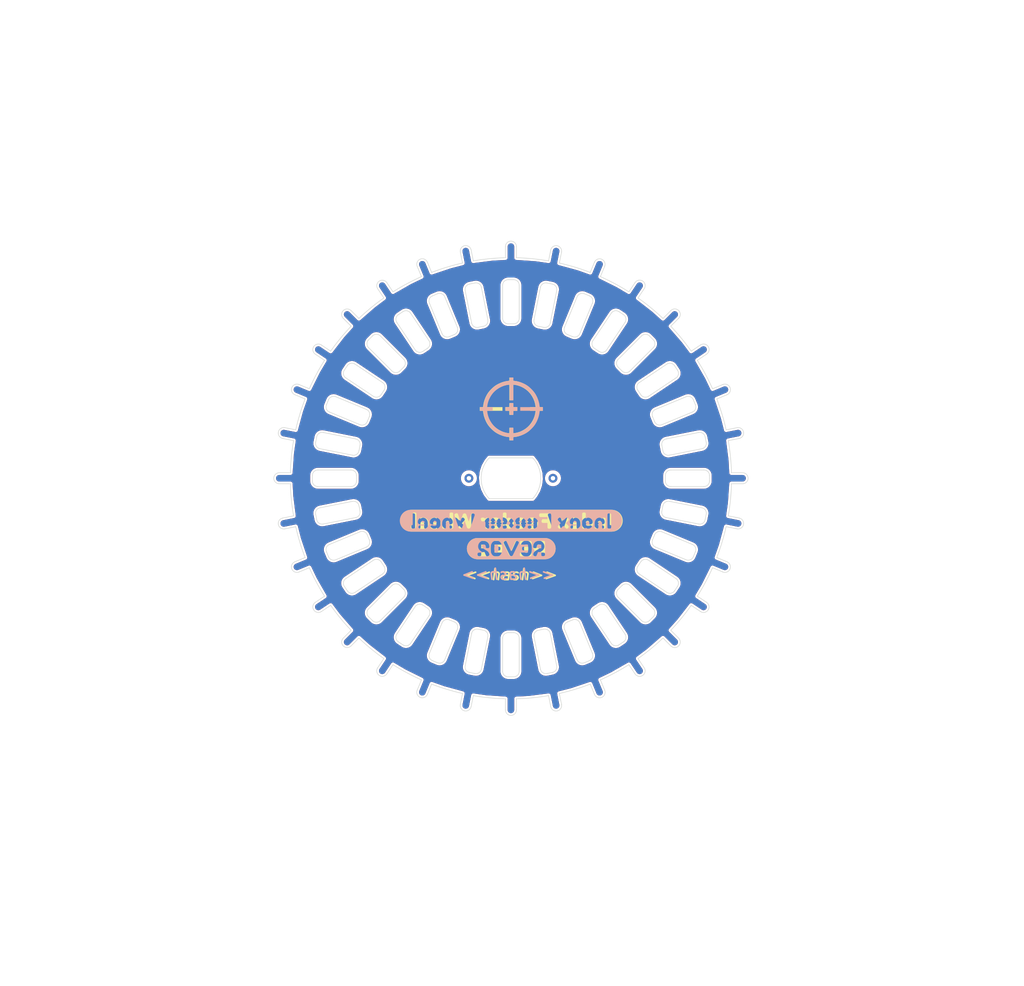
<source format=kicad_pcb>
(kicad_pcb (version 20221018) (generator pcbnew)
  (layers (0 "F.Cu" signal) (31 "B.Cu" signal) (34 "B.Paste" user) (35 "F.Paste" user) (36 "B.SilkS" user "B.Silkscreen") (37 "F.SilkS" user "F.Silkscreen") (38 "B.Mask" user) (39 "F.Mask" user) (44 "Edge.Cuts" user))
  (net 0 "")
  (footprint "index:logo" (layer "F.Cu") (at 153.112858 92.412081)
    (fp_text reference "G***" hide)
    (fp_text value "LOGO" hide)
  )
  (footprint "label" (layer "F.Cu") (at 153.152858 102.552081)
    (fp_text reference "svg2mod" hide)
    (fp_text value "G***" hide)
  )
  (footprint "label" (layer "F.Cu") (at 153.122858 105.082081)
    (fp_text reference "svg2mod" hide)
    (fp_text value "G***" hide)
  )
  (footprint "index:logo" (layer "B.Cu") (at 153.152858 92.412081 180)
    (fp_text reference "G***" hide)
    (fp_text value "LOGO" hide)
  )
  (footprint "label" (layer "B.Cu") (at 153.092858 102.552081 180)
    (fp_text reference "svg2mod" hide)
    (fp_text value "G***" hide)
  )
  (footprint "label" (layer "B.Cu") (at 153.122858 105.082081 180)
    (fp_text reference "svg2mod" hide)
    (fp_text value "G***" hide)
  )
  (gr_arc (start 150.413858 116.012081) (mid 150.201751 116.330153) (end 149.826858 116.405081) (stroke (width 0.05)) (layer "Edge.Cuts"))
  (gr_arc (start 170.592858 97.952081) (mid 170.946411 98.098528) (end 171.092858 98.452081) (stroke (width 0.05)) (layer "Edge.Cuts"))
  (gr_line (start 159.749858 81.976081) (end 160.211858 82.168081) (stroke (width 0.05)) (layer "Edge.Cuts"))
  (gr_line (start 143.369858 109.485081) (end 141.248858 111.607081) (stroke (width 0.05)) (layer "Edge.Cuts"))
  (gr_arc (start 146.850855 111.812089) (mid 147.121228 111.541342) (end 147.503858 111.541081) (stroke (width 0.05)) (layer "Edge.Cuts"))
  (gr_line (start 145.903858 80.039081) (end 145.518858 79.109081) (stroke (width 0.05)) (layer "Edge.Cuts"))
  (gr_arc (start 160.482858 114.583081) (mid 160.482599 114.965707) (end 160.211858 115.236081) (stroke (width 0.05)) (layer "Edge.Cuts"))
  (gr_line (start 139.312858 101.188081) (end 139.410858 101.678081) (stroke (width 0.05)) (layer "Edge.Cuts"))
  (gr_arc (start 170.796858 95.436081) (mid 170.721637 95.811681) (end 170.402858 96.024081) (stroke (width 0.05)) (layer "Edge.Cuts"))
  (gr_line (start 138.125858 107.801081) (end 140.619858 106.134081) (stroke (width 0.05)) (layer "Edge.Cuts"))
  (gr_arc (start 144.979867 116.982558) (mid 143.665134 116.340519) (end 142.400858 115.604081) (stroke (width 0.05)) (layer "Edge.Cuts"))
  (gr_arc (start 162.814864 109.485087) (mid 162.668934 109.131378) (end 162.815858 108.778081) (stroke (width 0.05)) (layer "Edge.Cuts"))
  (gr_line (start 136.746858 87.178081) (end 135.909858 86.619081) (stroke (width 0.05)) (layer "Edge.Cuts"))
  (gr_line (start 133.580858 94.311081) (end 132.593858 94.115081) (stroke (width 0.05)) (layer "Edge.Cuts"))
  (gr_line (start 162.884858 83.597081) (end 163.300858 83.874081) (stroke (width 0.05)) (layer "Edge.Cuts"))
  (gr_line (start 155.770858 116.012081) (end 155.185858 113.070081) (stroke (width 0.05)) (layer "Edge.Cuts"))
  (gr_arc (start 140.187858 111.254081) (mid 140.041226 110.900081) (end 140.187858 110.546081) (stroke (width 0.05)) (layer "Edge.Cuts"))
  (gr_line (start 172.604858 103.093081) (end 173.591858 103.289081) (stroke (width 0.05)) (layer "Edge.Cuts"))
  (gr_line (start 160.482858 82.821081) (end 159.334858 85.593081) (stroke (width 0.05)) (layer "Edge.Cuts"))
  (gr_arc (start 167.583652 84.917627) (mid 168.552624 86.013901) (end 169.438858 87.178081) (stroke (width 0.05)) (layer "Edge.Cuts"))
  (gr_line (start 166.201858 92.460081) (end 168.973858 91.312081) (stroke (width 0.05)) (layer "Edge.Cuts"))
  (gr_line (start 138.601858 84.918081) (end 137.889858 84.206081) (stroke (width 0.05)) (layer "Edge.Cuts"))
  (gr_line (start 172.799858 102.112081) (end 173.786858 102.309081) (stroke (width 0.05)) (layer "Edge.Cuts"))
  (gr_line (start 152.342858 116.202081) (end 152.342858 113.202081) (stroke (width 0.05)) (layer "Edge.Cuts"))
  (gr_arc (start 155.18686 113.07009) (mid 155.261077 112.694899) (end 155.578858 112.482081) (stroke (width 0.05)) (layer "Edge.Cuts"))
  (gr_arc (start 156.503119 118.409444) (mid 155.053234 118.606024) (end 153.592858 118.696081) (stroke (width 0.05)) (layer "Edge.Cuts"))
  (gr_line (start 165.565858 106.134081) (end 168.059858 107.801081) (stroke (width 0.05)) (layer "Edge.Cuts"))
  (gr_arc (start 138.724849 100.796083) (mid 139.10004 100.8703) (end 139.312858 101.188081) (stroke (width 0.05)) (layer "Edge.Cuts"))
  (gr_arc (start 143.370852 87.919075) (mid 143.516782 88.272784) (end 143.369858 88.626081) (stroke (width 0.05)) (layer "Edge.Cuts"))
  (gr_line (start 142.400858 115.604081) (end 141.841858 116.441081) (stroke (width 0.05)) (layer "Edge.Cuts"))
  (gr_line (start 164.732858 90.023081) (end 167.226858 88.356081) (stroke (width 0.05)) (layer "Edge.Cuts"))
  (gr_line (start 140.253858 93.113081) (end 140.062858 93.575081) (stroke (width 0.05)) (layer "Edge.Cuts"))
  (gr_arc (start 153.342858 112.702081) (mid 153.696411 112.848528) (end 153.842858 113.202081) (stroke (width 0.05)) (layer "Edge.Cuts"))
  (gr_arc (start 171.092858 98.952081) (mid 170.946411 99.305634) (end 170.592858 99.452081) (stroke (width 0.05)) (layer "Edge.Cuts"))
  (gr_arc (start 166.775866 93.846078) (mid 166.393236 93.845824) (end 166.122858 93.575081) (stroke (width 0.05)) (layer "Edge.Cuts"))
  (gr_arc (start 163.875864 88.980075) (mid 163.522155 89.126005) (end 163.168858 88.979081) (stroke (width 0.05)) (layer "Edge.Cuts"))
  (gr_line (start 138.592858 99.452081) (end 135.592858 99.452081) (stroke (width 0.05)) (layer "Edge.Cuts"))
  (gr_line (start 163.784858 81.800081) (end 164.343858 80.963081) (stroke (width 0.05)) (layer "Edge.Cuts"))
  (gr_arc (start 137.890858 84.207081) (mid 137.889858 83.500081) (end 138.596858 83.499081) (stroke (width 0.05)) (layer "Edge.Cuts"))
  (gr_arc (start 162.192858 83.735081) (mid 162.510277 83.522763) (end 162.884858 83.597081) (stroke (width 0.05)) (layer "Edge.Cuts"))
  (gr_line (start 153.592858 118.696081) (end 153.592858 119.702081) (stroke (width 0.05)) (layer "Edge.Cuts"))
  (gr_arc (start 144.413853 110.341088) (mid 144.73198 110.129057) (end 145.106858 110.204081) (stroke (width 0.05)) (layer "Edge.Cuts"))
  (gr_arc (start 139.40985 103.558084) (mid 139.79248 103.558338) (end 140.062858 103.829081) (stroke (width 0.05)) (layer "Edge.Cuts"))
  (gr_line (start 156.656858 112.777081) (end 157.242858 115.719081) (stroke (width 0.05)) (layer "Edge.Cuts"))
  (gr_line (start 171.372858 90.589081) (end 172.302858 90.204081) (stroke (width 0.05)) (layer "Edge.Cuts"))
  (gr_line (start 156.849858 116.307081) (end 156.358858 116.405081) (stroke (width 0.05)) (layer "Edge.Cuts"))
  (gr_line (start 162.815858 87.919081) (end 164.936858 85.797081) (stroke (width 0.05)) (layer "Edge.Cuts"))
  (gr_arc (start 164.343858 80.963081) (mid 165.037858 80.825081) (end 165.175858 81.519081) (stroke (width 0.05)) (layer "Edge.Cuts"))
  (gr_line (start 166.775858 103.558081) (end 169.547858 104.706081) (stroke (width 0.05)) (layer "Edge.Cuts"))
  (gr_line (start 170.402858 96.024081) (end 167.460858 96.609081) (stroke (width 0.05)) (layer "Edge.Cuts"))
  (gr_arc (start 140.062858 93.575081) (mid 139.792484 93.845822) (end 139.409858 93.846081) (stroke (width 0.05)) (layer "Edge.Cuts"))
  (gr_arc (start 152.593063 118.695684) (mid 151.132715 118.605643) (end 149.682858 118.409081) (stroke (width 0.05)) (layer "Edge.Cuts"))
  (gr_line (start 165.931858 104.291081) (end 166.122858 103.829081) (stroke (width 0.05)) (layer "Edge.Cuts"))
  (gr_line (start 167.460858 100.795081) (end 170.402858 101.380081) (stroke (width 0.05)) (layer "Edge.Cuts"))
  (gr_line (start 149.335858 81.097081) (end 149.826858 80.999081) (stroke (width 0.05)) (layer "Edge.Cuts"))
  (gr_arc (start 132.594858 103.289081) (mid 132.006858 102.897081) (end 132.398858 102.309081) (stroke (width 0.05)) (layer "Edge.Cuts"))
  (gr_line (start 138.724858 96.609081) (end 135.782858 96.024081) (stroke (width 0.05)) (layer "Edge.Cuts"))
  (gr_line (start 135.487858 102.459081) (end 135.389858 101.968081) (stroke (width 0.05)) (layer "Edge.Cuts"))
  (gr_line (start 164.616858 115.048081) (end 165.175858 115.885081) (stroke (width 0.05)) (layer "Edge.Cuts"))
  (gr_line (start 164.616858 82.356081) (end 165.175858 81.519081) (stroke (width 0.05)) (layer "Edge.Cuts"))
  (gr_line (start 147.965858 85.672081) (end 147.503858 85.863081) (stroke (width 0.05)) (layer "Edge.Cuts"))
  (gr_arc (start 150.606858 112.481081) (mid 150.925344 112.694188) (end 150.999858 113.070081) (stroke (width 0.05)) (layer "Edge.Cuts"))
  (gr_line (start 141.568858 82.356081) (end 141.009858 81.519081) (stroke (width 0.05)) (layer "Edge.Cuts"))
  (gr_arc (start 170.402858 101.381081) (mid 170.72093 101.593188) (end 170.795858 101.968081) (stroke (width 0.05)) (layer "Edge.Cuts"))
  (gr_line (start 138.958858 88.356081) (end 141.452858 90.023081) (stroke (width 0.05)) (layer "Edge.Cuts"))
  (gr_arc (start 169.818858 92.045081) (mid 169.818599 92.427707) (end 169.547858 92.698081) (stroke (width 0.05)) (layer "Edge.Cuts"))
  (gr_line (start 152.592858 78.708081) (end 152.592858 77.702081) (stroke (width 0.05)) (layer "Edge.Cuts"))
  (gr_arc (start 168.294858 113.197081) (mid 168.295858 113.904081) (end 167.588858 113.905081) (stroke (width 0.05)) (layer "Edge.Cuts"))
  (gr_line (start 169.438858 110.226081) (end 170.275858 110.785081) (stroke (width 0.05)) (layer "Edge.Cuts"))
  (gr_line (start 160.211858 115.236081) (end 159.749858 115.428081) (stroke (width 0.05)) (layer "Edge.Cuts"))
  (gr_arc (start 136.74672 87.178561) (mid 137.632919 86.014369) (end 138.601858 84.918081) (stroke (width 0.05)) (layer "Edge.Cuts"))
  (gr_arc (start 161.079858 110.204081) (mid 161.454439 110.129763) (end 161.771858 110.342081) (stroke (width 0.05)) (layer "Edge.Cuts"))
  (gr_line (start 139.308858 84.211081) (end 138.596858 83.499081) (stroke (width 0.05)) (layer "Edge.Cuts"))
  (gr_arc (start 163.169858 108.425081) (mid 163.522858 108.278864) (end 163.875858 108.425081) (stroke (width 0.05)) (layer "Edge.Cuts"))
  (gr_line (start 171.755858 91.513081) (end 172.685858 91.128081) (stroke (width 0.05)) (layer "Edge.Cuts"))
  (gr_line (start 155.185858 84.334081) (end 155.770858 81.392081) (stroke (width 0.05)) (layer "Edge.Cuts"))
  (gr_arc (start 147.088858 115.157081) (mid 146.818484 115.427822) (end 146.435858 115.428081) (stroke (width 0.05)) (layer "Edge.Cuts"))
  (gr_arc (start 149.826858 80.998081) (mid 150.202458 81.073302) (end 150.414858 81.392081) (stroke (width 0.05)) (layer "Edge.Cuts"))
  (gr_line (start 167.167858 95.138081) (end 170.109858 94.552081) (stroke (width 0.05)) (layer "Edge.Cuts"))
  (gr_arc (start 164.731865 107.381086) (mid 164.519834 107.062959) (end 164.594858 106.688081) (stroke (width 0.05)) (layer "Edge.Cuts"))
  (gr_line (start 163.168858 88.979081) (end 162.815858 88.626081) (stroke (width 0.05)) (layer "Edge.Cuts"))
  (gr_arc (start 149.682597 78.994718) (mid 151.132482 78.798138) (end 152.592858 78.708081) (stroke (width 0.05)) (layer "Edge.Cuts"))
  (gr_arc (start 132.092858 99.202081) (mid 131.592858 98.702081) (end 132.092858 98.202081) (stroke (width 0.05)) (layer "Edge.Cuts"))
  (gr_arc (start 163.784798 115.603607) (mid 162.520556 116.340042) (end 161.205858 116.982081) (stroke (width 0.05)) (layer "Edge.Cuts"))
  (gr_line (start 144.979858 116.982081) (end 144.594858 117.912081) (stroke (width 0.05)) (layer "Edge.Cuts"))
  (gr_arc (start 135.388858 101.968081) (mid 135.464079 101.592481) (end 135.782858 101.380081) (stroke (width 0.05)) (layer "Edge.Cuts"))
  (gr_arc (start 148.505858 78.204081) (mid 148.897858 77.616081) (end 149.485858 78.008081) (stroke (width 0.05)) (layer "Edge.Cuts"))
  (gr_line (start 171.372858 106.815081) (end 172.302858 107.200081) (stroke (width 0.05)) (layer "Edge.Cuts"))
  (gr_arc (start 166.877312 113.192875) (mid 165.781038 114.161847) (end 164.616858 115.048081) (stroke (width 0.05)) (layer "Edge.Cuts"))
  (gr_arc (start 133.883858 107.200081) (mid 133.229858 106.930081) (end 133.499858 106.276081) (stroke (width 0.05)) (layer "Edge.Cuts"))
  (gr_arc (start 166.871858 101.188081) (mid 167.084965 100.869595) (end 167.460858 100.795081) (stroke (width 0.05)) (layer "Edge.Cuts"))
  (gr_line (start 169.818858 105.359081) (end 169.626858 105.821081) (stroke (width 0.05)) (layer "Edge.Cuts"))
  (gr_arc (start 148.943858 81.685081) (mid 149.018079 81.309895) (end 149.335858 81.097081) (stroke (width 0.05)) (layer "Edge.Cuts"))
  (gr_line (start 159.334858 111.811081) (end 160.482858 114.583081) (stroke (width 0.05)) (layer "Edge.Cuts"))
  (gr_arc (start 162.815858 88.625081) (mid 162.669641 88.272081) (end 162.815858 87.919081) (stroke (width 0.05)) (layer "Edge.Cuts"))
  (gr_line (start 166.774858 101.678081) (end 166.872858 101.188081) (stroke (width 0.05)) (layer "Edge.Cuts"))
  (gr_arc (start 145.660853 86.229074) (mid 145.735591 86.604657) (end 145.522858 86.923081) (stroke (width 0.05)) (layer "Edge.Cuts"))
  (gr_arc (start 170.831858 109.953081) (mid 170.969858 110.647081) (end 170.275858 110.785081) (stroke (width 0.05)) (layer "Edge.Cuts"))
  (gr_arc (start 139.98285 92.460078) (mid 140.253597 92.730451) (end 140.253858 93.113081) (stroke (width 0.05)) (layer "Edge.Cuts"))
  (gr_line (start 135.389858 95.436081) (end 135.487858 94.945081) (stroke (width 0.05)) (layer "Edge.Cuts"))
  (gr_line (start 167.592858 97.952081) (end 170.592858 97.952081) (stroke (width 0.05)) (layer "Edge.Cuts"))
  (gr_line (start 134.812858 106.815081) (end 133.882858 107.200081) (stroke (width 0.05)) (layer "Edge.Cuts"))
  (gr_arc (start 166.122858 103.829081) (mid 166.393232 103.55834) (end 166.775858 103.558081) (stroke (width 0.05)) (layer "Edge.Cuts"))
  (gr_arc (start 161.205849 80.421604) (mid 162.520582 81.063643) (end 163.784858 81.800081) (stroke (width 0.05)) (layer "Edge.Cuts"))
  (gr_arc (start 153.342858 80.702081) (mid 153.696411 80.848528) (end 153.842858 81.202081) (stroke (width 0.05)) (layer "Edge.Cuts"))
  (gr_line (start 170.109858 102.852081) (end 167.167858 102.266081) (stroke (width 0.05)) (layer "Edge.Cuts"))
  (gr_line (start 146.850858 85.593081) (end 145.702858 82.821081) (stroke (width 0.05)) (layer "Edge.Cuts"))
  (gr_arc (start 135.353858 87.451081) (mid 135.215858 86.757081) (end 135.909858 86.619081) (stroke (width 0.05)) (layer "Edge.Cuts"))
  (gr_line (start 137.211858 91.312081) (end 139.983858 92.460081) (stroke (width 0.05)) (layer "Edge.Cuts"))
  (gr_arc (start 152.842858 84.702081) (mid 152.489305 84.555634) (end 152.342858 84.202081) (stroke (width 0.05)) (layer "Edge.Cuts"))
  (gr_arc (start 134.812381 90.58909) (mid 135.45442 89.274357) (end 136.190858 88.010081) (stroke (width 0.05)) (layer "Edge.Cuts"))
  (gr_arc (start 153.842858 116.202081) (mid 153.696411 116.555634) (end 153.342858 116.702081) (stroke (width 0.05)) (layer "Edge.Cuts"))
  (gr_arc (start 167.226858 88.356081) (mid 167.602439 88.281349) (end 167.920858 88.494081) (stroke (width 0.05)) (layer "Edge.Cuts"))
  (gr_line (start 139.983858 104.944081) (end 137.211858 106.092081) (stroke (width 0.05)) (layer "Edge.Cuts"))
  (gr_arc (start 165.644858 111.607081) (mid 165.290858 111.753713) (end 164.936858 111.607081) (stroke (width 0.05)) (layer "Edge.Cuts"))
  (gr_arc (start 159.749858 115.428081) (mid 159.367232 115.427822) (end 159.096858 115.157081) (stroke (width 0.05)) (layer "Edge.Cuts"))
  (gr_arc (start 133.099255 98.202286) (mid 133.189296 96.741938) (end 133.385858 95.292081) (stroke (width 0.05)) (layer "Edge.Cuts"))
  (gr_arc (start 158.219858 85.672081) (mid 157.949117 85.401707) (end 157.948858 85.019081) (stroke (width 0.05)) (layer "Edge.Cuts"))
  (gr_arc (start 164.616378 82.355943) (mid 165.78057 83.242142) (end 166.876858 84.211081) (stroke (width 0.05)) (layer "Edge.Cuts"))
  (gr_line (start 136.637858 104.706081) (end 139.409858 103.558081) (stroke (width 0.05)) (layer "Edge.Cuts"))
  (gr_line (start 152.842858 80.702081) (end 153.342858 80.702081) (stroke (width 0.05)) (layer "Edge.Cuts"))
  (gr_arc (start 137.986858 108.494081) (mid 137.912833 108.118793) (end 138.125858 107.801081) (stroke (width 0.05)) (layer "Edge.Cuts"))
  (gr_arc (start 155.578858 84.923081) (mid 155.260372 84.709974) (end 155.185858 84.334081) (stroke (width 0.05)) (layer "Edge.Cuts"))
  (gr_arc (start 172.301858 90.204081) (mid 172.955858 90.474081) (end 172.685858 91.128081) (stroke (width 0.05)) (layer "Edge.Cuts"))
  (gr_arc (start 167.460867 96.608079) (mid 167.085676 96.533862) (end 166.872858 96.216081) (stroke (width 0.05)) (layer "Edge.Cuts"))
  (gr_arc (start 153.592653 78.708478) (mid 155.053001 78.798519) (end 156.502858 78.995081) (stroke (width 0.05)) (layer "Edge.Cuts"))
  (gr_arc (start 156.65786 84.627072) (mid 156.444755 84.945565) (end 156.068858 85.020081) (stroke (width 0.05)) (layer "Edge.Cuts"))
  (gr_line (start 162.815858 108.778081) (end 163.168858 108.425081) (stroke (width 0.05)) (layer "Edge.Cuts"))
  (gr_arc (start 172.800221 95.29182) (mid 172.996801 96.741705) (end 173.086858 98.202081) (stroke (width 0.05)) (layer "Edge.Cuts"))
  (gr_arc (start 140.540858 85.797081) (mid 140.894858 85.650449) (end 141.248858 85.797081) (stroke (width 0.05)) (layer "Edge.Cuts"))
  (gr_arc (start 156.699858 78.009081) (mid 157.286858 77.616081) (end 157.679858 78.203081) (stroke (width 0.05)) (layer "Edge.Cuts"))
  (gr_arc (start 134.429744 105.891462) (mid 133.954087 104.507807) (end 133.580858 103.093081) (stroke (width 0.05)) (layer "Edge.Cuts"))
  (gr_arc (start 168.973858 91.312081) (mid 169.356484 91.31234) (end 169.626858 91.583081) (stroke (width 0.05)) (layer "Edge.Cuts"))
  (gr_line (start 168.059858 89.603081) (end 165.565858 91.270081) (stroke (width 0.05)) (layer "Edge.Cuts"))
  (gr_arc (start 145.518858 118.294081) (mid 144.865858 118.565081) (end 144.594858 117.912081) (stroke (width 0.05)) (layer "Edge.Cuts"))
  (gr_line (start 169.994858 88.010081) (end 170.831858 87.451081) (stroke (width 0.05)) (layer "Edge.Cuts"))
  (gr_line (start 157.483858 79.190081) (end 157.679858 78.203081) (stroke (width 0.05)) (layer "Edge.Cuts"))
  (gr_line (start 142.884858 83.874081) (end 143.300858 83.597081) (stroke (width 0.05)) (layer "Edge.Cuts"))
  (gr_line (start 171.755858 105.891081) (end 172.685858 106.276081) (stroke (width 0.05)) (layer "Edge.Cuts"))
  (gr_arc (start 151.126226 100.552472) (mid 150.392564 98.702349) (end 151.125858 96.852081) (stroke (width 0.05)) (layer "Edge.Cuts"))
  (gr_arc (start 137.211858 106.092081) (mid 136.829232 106.091822) (end 136.558858 105.821081) (stroke (width 0.05)) (layer "Edge.Cuts"))
  (gr_arc (start 147.965858 111.732081) (mid 148.236599 112.002455) (end 148.236858 112.385081) (stroke (width 0.05)) (layer "Edge.Cuts"))
  (gr_line (start 134.812858 90.589081) (end 133.882858 90.204081) (stroke (width 0.05)) (layer "Edge.Cuts"))
  (gr_arc (start 145.105858 87.200081) (mid 144.731277 87.274399) (end 144.413858 87.062081) (stroke (width 0.05)) (layer "Edge.Cuts"))
  (gr_arc (start 160.282239 117.365195) (mid 158.898584 117.840852) (end 157.483858 118.214081) (stroke (width 0.05)) (layer "Edge.Cuts"))
  (gr_arc (start 139.409858 101.678081) (mid 139.335637 102.053267) (end 139.017858 102.266081) (stroke (width 0.05)) (layer "Edge.Cuts"))
  (gr_line (start 148.942858 115.719081) (end 149.528858 112.777081) (stroke (width 0.05)) (layer "Edge.Cuts"))
  (gr_line (start 168.197858 108.494081) (end 167.920858 108.910081) (stroke (width 0.05)) (layer "Edge.Cuts"))
  (gr_line (start 133.385858 102.112081) (end 132.398858 102.309081) (stroke (width 0.05)) (layer "Edge.Cuts"))
  (gr_arc (start 167.167867 102.267083) (mid 166.849374 102.053978) (end 166.774858 101.678081) (stroke (width 0.05)) (layer "Edge.Cuts"))
  (gr_line (start 136.190858 109.394081) (end 135.353858 109.953081) (stroke (width 0.05)) (layer "Edge.Cuts"))
  (gr_arc (start 143.992858 113.669081) (mid 143.675439 113.881399) (end 143.300858 113.807081) (stroke (width 0.05)) (layer "Edge.Cuts"))
  (gr_line (start 163.875858 108.425081) (end 165.997858 110.546081) (stroke (width 0.05)) (layer "Edge.Cuts"))
  (gr_line (start 149.528858 84.627081) (end 148.942858 81.685081) (stroke (width 0.05)) (layer "Edge.Cuts"))
  (gr_line (start 163.300858 113.530081) (end 162.884858 113.807081) (stroke (width 0.05)) (layer "Edge.Cuts"))
  (gr_arc (start 167.592867 99.452081) (mid 167.239308 99.305638) (end 167.092858 98.952081) (stroke (width 0.05)) (layer "Edge.Cuts"))
  (gr_line (start 149.682858 78.995081) (end 149.485858 78.008081) (stroke (width 0.05)) (layer "Edge.Cuts"))
  (gr_arc (start 133.500858 91.128081) (mid 133.229858 90.475081) (end 133.882858 90.204081) (stroke (width 0.05)) (layer "Edge.Cuts"))
  (gr_line (start 141.568858 115.048081) (end 141.009858 115.885081) (stroke (width 0.05)) (layer "Edge.Cuts"))
  (gr_arc (start 164.936858 85.798081) (mid 165.290151 85.651157) (end 165.643858 85.797081) (stroke (width 0.05)) (layer "Edge.Cuts"))
  (gr_arc (start 138.592849 97.952081) (mid 138.946408 98.098524) (end 139.092858 98.452081) (stroke (width 0.05)) (layer "Edge.Cuts"))
  (gr_line (start 171.092858 98.452081) (end 171.092858 98.952081) (stroke (width 0.05)) (layer "Edge.Cuts"))
  (gr_line (start 158.681858 85.863081) (end 158.219858 85.672081) (stroke (width 0.05)) (layer "Edge.Cuts"))
  (gr_line (start 151.125858 100.552081) (end 155.059858 100.552081) (stroke (width 0.05)) (layer "Edge.Cuts"))
  (gr_line (start 167.092858 98.952081) (end 167.092858 98.452081) (stroke (width 0.05)) (layer "Edge.Cuts"))
  (gr_line (start 142.309858 88.979081) (end 140.187858 86.858081) (stroke (width 0.05)) (layer "Edge.Cuts"))
  (gr_arc (start 169.438996 110.225601) (mid 168.552797 111.389793) (end 167.583858 112.486081) (stroke (width 0.05)) (layer "Edge.Cuts"))
  (gr_line (start 145.702858 114.583081) (end 146.850858 111.811081) (stroke (width 0.05)) (layer "Edge.Cuts"))
  (gr_line (start 169.438858 87.178081) (end 170.275858 86.619081) (stroke (width 0.05)) (layer "Edge.Cuts"))
  (gr_line (start 160.662858 110.481081) (end 161.078858 110.204081) (stroke (width 0.05)) (layer "Edge.Cuts"))
  (gr_arc (start 152.592858 77.702081) (mid 153.092858 77.202081) (end 153.592858 77.702081) (stroke (width 0.05)) (layer "Edge.Cuts"))
  (gr_line (start 151.125858 96.852081) (end 155.059858 96.852081) (stroke (width 0.05)) (layer "Edge.Cuts"))
  (gr_arc (start 141.590858 106.689081) (mid 141.665176 107.063662) (end 141.452858 107.381081) (stroke (width 0.05)) (layer "Edge.Cuts"))
  (gr_arc (start 148.236855 85.019073) (mid 148.236601 85.401703) (end 147.965858 85.672081) (stroke (width 0.05)) (layer "Edge.Cuts"))
  (gr_arc (start 167.587858 83.500081) (mid 168.294858 83.499081) (end 168.295858 84.206081) (stroke (width 0.05)) (layer "Edge.Cuts"))
  (gr_line (start 169.994858 109.394081) (end 170.831858 109.953081) (stroke (width 0.05)) (layer "Edge.Cuts"))
  (gr_arc (start 152.842858 116.702081) (mid 152.489305 116.555634) (end 152.342858 116.202081) (stroke (width 0.05)) (layer "Edge.Cuts"))
  (gr_line (start 141.313858 106.272081) (end 141.590858 106.688081) (stroke (width 0.05)) (layer "Edge.Cuts"))
  (gr_arc (start 166.775858 95.726081) (mid 166.850079 95.350895) (end 167.167858 95.138081) (stroke (width 0.05)) (layer "Edge.Cuts"))
  (gr_line (start 153.842858 113.202081) (end 153.842858 116.202081) (stroke (width 0.05)) (layer "Edge.Cuts"))
  (gr_line (start 140.187858 86.151081) (end 140.541858 85.797081) (stroke (width 0.05)) (layer "Edge.Cuts"))
  (gr_line (start 140.541858 111.607081) (end 140.187858 111.253081) (stroke (width 0.05)) (layer "Edge.Cuts"))
  (gr_arc (start 157.483498 79.190249) (mid 158.898213 79.563451) (end 160.281858 80.039081) (stroke (width 0.05)) (layer "Edge.Cuts"))
  (gr_line (start 143.369858 88.626081) (end 143.016858 88.979081) (stroke (width 0.05)) (layer "Edge.Cuts"))
  (gr_arc (start 150.116858 85.019081) (mid 149.741672 84.94486) (end 149.528858 84.627081) (stroke (width 0.05)) (layer "Edge.Cuts"))
  (gr_arc (start 141.569338 115.048219) (mid 140.405146 114.16202) (end 139.308858 113.193081) (stroke (width 0.05)) (layer "Edge.Cuts"))
  (gr_arc (start 140.619851 106.134086) (mid 140.995434 106.059348) (end 141.313858 106.272081) (stroke (width 0.05)) (layer "Edge.Cuts"))
  (gr_line (start 170.795858 101.968081) (end 170.697858 102.459081) (stroke (width 0.05)) (layer "Edge.Cuts"))
  (gr_line (start 143.300858 113.807081) (end 142.884858 113.530081) (stroke (width 0.05)) (layer "Edge.Cuts"))
  (gr_arc (start 152.342858 81.202081) (mid 152.489305 80.848528) (end 152.842858 80.702081) (stroke (width 0.05)) (layer "Edge.Cuts"))
  (gr_line (start 173.086858 98.202081) (end 174.092858 98.202081) (stroke (width 0.05)) (layer "Edge.Cuts"))
  (gr_line (start 145.973858 82.168081) (end 146.435858 81.976081) (stroke (width 0.05)) (layer "Edge.Cuts"))
  (gr_arc (start 138.602064 112.486535) (mid 137.633092 111.390261) (end 136.746858 110.226081) (stroke (width 0.05)) (layer "Edge.Cuts"))
  (gr_line (start 160.281858 117.365081) (end 160.666858 118.295081) (stroke (width 0.05)) (layer "Edge.Cuts"))
  (gr_line (start 162.191858 113.669081) (end 160.524858 111.175081) (stroke (width 0.05)) (layer "Edge.Cuts"))
  (gr_arc (start 165.996858 110.546081) (mid 166.143782 110.899374) (end 165.997858 111.253081) (stroke (width 0.05)) (layer "Edge.Cuts"))
  (gr_line (start 161.205858 80.422081) (end 161.590858 79.492081) (stroke (width 0.05)) (layer "Edge.Cuts"))
  (gr_arc (start 136.637858 92.698081) (mid 136.367117 92.427707) (end 136.366858 92.045081) (stroke (width 0.05)) (layer "Edge.Cuts"))
  (gr_arc (start 141.248858 111.606081) (mid 140.895565 111.753005) (end 140.541858 111.607081) (stroke (width 0.05)) (layer "Edge.Cuts"))
  (gr_arc (start 160.524863 111.175088) (mid 160.450125 110.799505) (end 160.662858 110.481081) (stroke (width 0.05)) (layer "Edge.Cuts"))
  (gr_arc (start 136.558858 91.583081) (mid 136.829232 91.31234) (end 137.211858 91.312081) (stroke (width 0.05)) (layer "Edge.Cuts"))
  (gr_arc (start 165.175858 115.885081) (mid 165.037858 116.579081) (end 164.343858 116.441081) (stroke (width 0.05)) (layer "Edge.Cuts"))
  (gr_line (start 165.997858 111.253081) (end 165.643858 111.607081) (stroke (width 0.05)) (layer "Edge.Cuts"))
  (gr_line (start 139.308858 113.193081) (end 138.596858 113.905081) (stroke (width 0.05)) (layer "Edge.Cuts"))
  (gr_line (start 138.601858 112.486081) (end 137.889858 113.198081) (stroke (width 0.05)) (layer "Edge.Cuts"))
  (gr_arc (start 164.871858 106.272081) (mid 165.190277 106.059349) (end 165.565858 106.134081) (stroke (width 0.05)) (layer "Edge.Cuts"))
  (gr_line (start 136.746858 110.226081) (end 135.909858 110.785081) (stroke (width 0.05)) (layer "Edge.Cuts"))
  (gr_arc (start 153.592858 119.702081) (mid 153.092858 120.202081) (end 152.592858 119.702081) (stroke (width 0.05)) (layer "Edge.Cuts"))
  (gr_arc (start 152.342858 113.20209) (mid 152.489301 112.848531) (end 152.842858 112.702081) (stroke (width 0.05)) (layer "Edge.Cuts"))
  (gr_arc (start 160.662858 86.923081) (mid 160.450126 86.604662) (end 160.524858 86.229081) (stroke (width 0.05)) (layer "Edge.Cuts"))
  (gr_line (start 157.483858 118.214081) (end 157.679858 119.201081) (stroke (width 0.05)) (layer "Edge.Cuts"))
  (gr_arc (start 161.771863 87.063074) (mid 161.453736 87.275105) (end 161.078858 87.200081) (stroke (width 0.05)) (layer "Edge.Cuts"))
  (gr_arc (start 135.592858 99.452081) (mid 135.239305 99.305634) (end 135.092858 98.952081) (stroke (width 0.05)) (layer "Edge.Cuts"))
  (gr_line (start 170.697858 94.945081) (end 170.795858 95.436081) (stroke (width 0.05)) (layer "Edge.Cuts"))
  (gr_line (start 136.190858 88.010081) (end 135.353858 87.451081) (stroke (width 0.05)) (layer "Edge.Cuts"))
  (gr_line (start 167.226858 109.048081) (end 164.732858 107.381081) (stroke (width 0.05)) (layer "Edge.Cuts"))
  (gr_line (start 156.502858 78.995081) (end 156.699858 78.008081) (stroke (width 0.05)) (layer "Edge.Cuts"))
  (gr_line (start 169.547858 92.698081) (end 166.775858 93.846081) (stroke (width 0.05)) (layer "Edge.Cuts"))
  (gr_line (start 136.558858 105.821081) (end 136.366858 105.359081) (stroke (width 0.05)) (layer "Edge.Cuts"))
  (gr_line (start 150.414858 81.392081) (end 150.999858 84.334081) (stroke (width 0.05)) (layer "Edge.Cuts"))
  (gr_line (start 133.098858 99.202081) (end 132.092858 99.202081) (stroke (width 0.05)) (layer "Edge.Cuts"))
  (gr_line (start 143.016858 108.425081) (end 143.369858 108.778081) (stroke (width 0.05)) (layer "Edge.Cuts"))
  (gr_line (start 139.410858 95.726081) (end 139.312858 96.216081) (stroke (width 0.05)) (layer "Edge.Cuts"))
  (gr_arc (start 170.698858 102.459081) (mid 170.485751 102.777567) (end 170.109858 102.852081) (stroke (width 0.05)) (layer "Edge.Cuts"))
  (gr_arc (start 136.075858 102.851081) (mid 135.700672 102.77686) (end 135.487858 102.459081) (stroke (width 0.05)) (layer "Edge.Cuts"))
  (gr_line (start 166.876858 113.193081) (end 167.588858 113.905081) (stroke (width 0.05)) (layer "Edge.Cuts"))
  (gr_arc (start 164.594858 90.715081) (mid 164.52054 90.3405) (end 164.732858 90.023081) (stroke (width 0.05)) (layer "Edge.Cuts"))
  (gr_line (start 144.979858 80.422081) (end 144.594858 79.492081) (stroke (width 0.05)) (layer "Edge.Cuts"))
  (gr_line (start 147.503858 111.541081) (end 147.965858 111.732081) (stroke (width 0.05)) (layer "Edge.Cuts"))
  (gr_line (start 136.366858 92.045081) (end 136.558858 91.583081) (stroke (width 0.05)) (layer "Edge.Cuts"))
  (gr_line (start 141.452858 107.381081) (end 138.958858 109.048081) (stroke (width 0.05)) (layer "Edge.Cuts"))
  (gr_arc (start 162.884858 113.808081) (mid 162.50957 113.882106) (end 162.191858 113.669081) (stroke (width 0.05)) (layer "Edge.Cuts"))
  (gr_line (start 167.583858 112.486081) (end 168.295858 113.198081) (stroke (width 0.05)) (layer "Edge.Cuts"))
  (gr_line (start 168.973858 106.092081) (end 166.201858 104.944081) (stroke (width 0.05)) (layer "Edge.Cuts"))
  (gr_line (start 155.578858 112.482081) (end 156.068858 112.384081) (stroke (width 0.05)) (layer "Edge.Cuts"))
  (gr_arc (start 157.948861 112.385089) (mid 157.949115 112.002459) (end 158.219858 111.732081) (stroke (width 0.05)) (layer "Edge.Cuts"))
  (gr_arc (start 145.702858 82.821081) (mid 145.703117 82.438455) (end 145.973858 82.168081) (stroke (width 0.05)) (layer "Edge.Cuts"))
  (gr_line (start 140.187858 110.546081) (end 142.309858 108.425081) (stroke (width 0.05)) (layer "Edge.Cuts"))
  (gr_arc (start 169.994384 88.010141) (mid 170.730819 89.274383) (end 171.372858 90.589081) (stroke (width 0.05)) (layer "Edge.Cuts"))
  (gr_arc (start 133.385495 102.112342) (mid 133.188915 100.662457) (end 133.098858 99.202081) (stroke (width 0.05)) (layer "Edge.Cuts"))
  (gr_arc (start 169.626858 105.821081) (mid 169.356484 106.091822) (end 168.973858 106.092081) (stroke (width 0.05)) (layer "Edge.Cuts"))
  (gr_arc (start 146.435858 81.976081) (mid 146.818484 81.97634) (end 147.088858 82.247081) (stroke (width 0.05)) (layer "Edge.Cuts"))
  (gr_arc (start 135.909858 110.785081) (mid 135.215858 110.647081) (end 135.353858 109.953081) (stroke (width 0.05)) (layer "Edge.Cuts"))
  (gr_line (start 166.872858 96.216081) (end 166.774858 95.726081) (stroke (width 0.05)) (layer "Edge.Cuts"))
  (gr_line (start 134.429858 91.513081) (end 133.499858 91.128081) (stroke (width 0.05)) (layer "Edge.Cuts"))
  (gr_line (start 149.826858 116.405081) (end 149.335858 116.307081) (stroke (width 0.05)) (layer "Edge.Cuts"))
  (gr_arc (start 149.485858 119.395081) (mid 148.898858 119.788081) (end 148.505858 119.201081) (stroke (width 0.05)) (layer "Edge.Cuts"))
  (gr_line (start 161.771858 110.342081) (end 163.438858 112.836081) (stroke (width 0.05)) (layer "Edge.Cuts"))
  (gr_arc (start 165.565865 91.270076) (mid 165.190282 91.344814) (end 164.871858 91.132081) (stroke (width 0.05)) (layer "Edge.Cuts"))
  (gr_arc (start 160.666858 79.110081) (mid 161.319858 78.839081) (end 161.590858 79.492081) (stroke (width 0.05)) (layer "Edge.Cuts"))
  (gr_arc (start 147.504858 85.863081) (mid 147.121939 85.863529) (end 146.850858 85.593081) (stroke (width 0.05)) (layer "Edge.Cuts"))
  (gr_arc (start 173.086461 99.201876) (mid 172.99642 100.662224) (end 172.799858 102.112081) (stroke (width 0.05)) (layer "Edge.Cuts"))
  (gr_arc (start 149.335858 116.308081) (mid 149.017372 116.094974) (end 148.942858 115.719081) (stroke (width 0.05)) (layer "Edge.Cuts"))
  (gr_line (start 135.592858 97.952081) (end 138.592858 97.952081) (stroke (width 0.05)) (layer "Edge.Cuts"))
  (gr_arc (start 168.198858 88.910081) (mid 168.272883 89.285369) (end 168.059858 89.603081) (stroke (width 0.05)) (layer "Edge.Cuts"))
  (gr_line (start 165.643858 85.797081) (end 165.997858 86.151081) (stroke (width 0.05)) (layer "Edge.Cuts"))
  (gr_line (start 172.799858 95.292081) (end 173.786858 95.095081) (stroke (width 0.05)) (layer "Edge.Cuts"))
  (gr_arc (start 132.399858 95.095081) (mid 132.006858 94.508081) (end 132.593858 94.115081) (stroke (width 0.05)) (layer "Edge.Cuts"))
  (gr_line (start 136.075858 94.552081) (end 139.017858 95.138081) (stroke (width 0.05)) (layer "Edge.Cuts"))
  (gr_arc (start 174.092858 98.202081) (mid 174.592858 98.702081) (end 174.092858 99.202081) (stroke (width 0.05)) (layer "Edge.Cuts"))
  (gr_line (start 158.219858 111.732081) (end 158.681858 111.541081) (stroke (width 0.05)) (layer "Edge.Cuts"))
  (gr_line (start 135.782858 101.380081) (end 138.724858 100.795081) (stroke (width 0.05)) (layer "Edge.Cuts"))
  (gr_line (start 157.242858 81.685081) (end 156.656858 84.627081) (stroke (width 0.05)) (layer "Edge.Cuts"))
  (gr_line (start 139.409858 93.846081) (end 136.637858 92.698081) (stroke (width 0.05)) (layer "Edge.Cuts"))
  (gr_arc (start 136.366858 105.359081) (mid 136.367117 104.976455) (end 136.637858 104.706081) (stroke (width 0.05)) (layer "Edge.Cuts"))
  (gr_arc (start 156.849858 81.096081) (mid 157.168344 81.309188) (end 157.242858 81.685081) (stroke (width 0.05)) (layer "Edge.Cuts"))
  (gr_line (start 161.205858 116.982081) (end 161.590858 117.912081) (stroke (width 0.05)) (layer "Edge.Cuts"))
  (gr_arc (start 165.997858 86.150081) (mid 166.14449 86.504081) (end 165.997858 86.858081) (stroke (width 0.05)) (layer "Edge.Cuts"))
  (gr_line (start 165.997858 86.858081) (end 163.875858 88.979081) (stroke (width 0.05)) (layer "Edge.Cuts"))
  (gr_arc (start 138.597858 113.904081) (mid 137.890858 113.905081) (end 137.889858 113.198081) (stroke (width 0.05)) (layer "Edge.Cuts"))
  (gr_arc (start 161.590858 117.911081) (mid 161.320858 118.565081) (end 160.666858 118.295081) (stroke (width 0.05)) (layer "Edge.Cuts"))
  (gr_arc (start 142.400918 81.800555) (mid 143.66516 81.06412) (end 144.979858 80.422081) (stroke (width 0.05)) (layer "Edge.Cuts"))
  (gr_arc (start 159.096858 82.247081) (mid 159.367232 81.97634) (end 159.749858 81.976081) (stroke (width 0.05)) (layer "Edge.Cuts"))
  (gr_line (start 159.096858 115.157081) (end 157.948858 112.385081) (stroke (width 0.05)) (layer "Edge.Cuts"))
  (gr_arc (start 141.009858 81.519081) (mid 141.147858 80.825081) (end 141.841858 80.963081) (stroke (width 0.05)) (layer "Edge.Cuts"))
  (gr_arc (start 142.309852 108.424087) (mid 142.663561 108.278157) (end 143.016858 108.425081) (stroke (width 0.05)) (layer "Edge.Cuts"))
  (gr_line (start 156.068858 85.020081) (end 155.578858 84.922081) (stroke (width 0.05)) (layer "Edge.Cuts"))
  (gr_line (start 137.987858 88.910081) (end 138.264858 88.494081) (stroke (width 0.05)) (layer "Edge.Cuts"))
  (gr_line (start 145.522858 86.923081) (end 145.106858 87.200081) (stroke (width 0.05)) (layer "Edge.Cuts"))
  (gr_arc (start 148.702218 118.213913) (mid 147.287503 117.840711) (end 145.903858 117.365081) (stroke (width 0.05)) (layer "Edge.Cuts"))
  (gr_arc (start 173.785858 102.309081) (mid 174.178858 102.896081) (end 173.591858 103.289081) (stroke (width 0.05)) (layer "Edge.Cuts"))
  (gr_arc (start 155.05949 96.85169) (mid 155.793152 98.701813) (end 155.059858 100.552081) (stroke (width 0.05)) (layer "Edge.Cuts"))
  (gr_line (start 160.524858 86.229081) (end 162.191858 83.735081) (stroke (width 0.05)) (layer "Edge.Cuts"))
  (gr_line (start 145.660858 111.175081) (end 143.993858 113.669081) (stroke (width 0.05)) (layer "Edge.Cuts"))
  (gr_arc (start 170.109858 94.553081) (mid 170.485044 94.627302) (end 170.697858 94.945081) (stroke (width 0.05)) (layer "Edge.Cuts"))
  (gr_line (start 153.592858 78.708081) (end 153.592858 77.702081) (stroke (width 0.05)) (layer "Edge.Cuts"))
  (gr_arc (start 167.920858 108.910081) (mid 167.602439 109.122813) (end 167.226858 109.048081) (stroke (width 0.05)) (layer "Edge.Cuts"))
  (gr_arc (start 163.300858 83.874081) (mid 163.51359 84.1925) (end 163.438858 84.568081) (stroke (width 0.05)) (layer "Edge.Cuts"))
  (gr_line (start 169.626858 91.583081) (end 169.818858 92.045081) (stroke (width 0.05)) (layer "Edge.Cuts"))
  (gr_line (start 145.106858 110.204081) (end 145.522858 110.481081) (stroke (width 0.05)) (layer "Edge.Cuts"))
  (gr_line (start 148.236858 112.385081) (end 147.088858 115.157081) (stroke (width 0.05)) (layer "Edge.Cuts"))
  (gr_arc (start 135.092858 98.452081) (mid 135.239305 98.098528) (end 135.592858 97.952081) (stroke (width 0.05)) (layer "Edge.Cuts"))
  (gr_arc (start 141.313858 91.132081) (mid 140.995439 91.344813) (end 140.619858 91.270081) (stroke (width 0.05)) (layer "Edge.Cuts"))
  (gr_arc (start 143.300858 83.596081) (mid 143.676146 83.522056) (end 143.993858 83.735081) (stroke (width 0.05)) (layer "Edge.Cuts"))
  (gr_line (start 166.876858 84.211081) (end 167.588858 83.499081) (stroke (width 0.05)) (layer "Edge.Cuts"))
  (gr_line (start 146.435858 115.428081) (end 145.973858 115.236081) (stroke (width 0.05)) (layer "Edge.Cuts"))
  (gr_arc (start 166.202866 104.944084) (mid 165.932119 104.673711) (end 165.931858 104.291081) (stroke (width 0.05)) (layer "Edge.Cuts"))
  (gr_line (start 164.594858 106.688081) (end 164.871858 106.272081) (stroke (width 0.05)) (layer "Edge.Cuts"))
  (gr_arc (start 149.527856 112.77709) (mid 149.740961 112.458597) (end 150.116858 112.384081) (stroke (width 0.05)) (layer "Edge.Cuts"))
  (gr_line (start 152.342858 84.202081) (end 152.342858 81.202081) (stroke (width 0.05)) (layer "Edge.Cuts"))
  (gr_arc (start 169.547858 104.706081) (mid 169.818599 104.976455) (end 169.818858 105.359081) (stroke (width 0.05)) (layer "Edge.Cuts"))
  (gr_line (start 149.682858 118.409081) (end 149.485858 119.396081) (stroke (width 0.05)) (layer "Edge.Cuts"))
  (gr_arc (start 145.973858 115.236081) (mid 145.703117 114.965707) (end 145.702858 114.583081) (stroke (width 0.05)) (layer "Edge.Cuts"))
  (gr_line (start 156.358858 80.999081) (end 156.849858 81.097081) (stroke (width 0.05)) (layer "Edge.Cuts"))
  (gr_arc (start 136.191332 109.394021) (mid 135.454897 108.129779) (end 134.812858 106.815081) (stroke (width 0.05)) (layer "Edge.Cuts"))
  (gr_line (start 147.088858 82.247081) (end 148.236858 85.019081) (stroke (width 0.05)) (layer "Edge.Cuts"))
  (gr_arc (start 167.092858 98.452081) (mid 167.239305 98.098528) (end 167.592858 97.952081) (stroke (width 0.05)) (layer "Edge.Cuts"))
  (gr_arc (start 135.782858 96.023081) (mid 135.464786 95.810974) (end 135.389858 95.436081) (stroke (width 0.05)) (layer "Edge.Cuts"))
  (gr_arc (start 139.308404 84.211287) (mid 140.404678 83.242315) (end 141.568858 82.356081) (stroke (width 0.05)) (layer "Edge.Cuts"))
  (gr_line (start 135.092858 98.952081) (end 135.092858 98.452081) (stroke (width 0.05)) (layer "Edge.Cuts"))
  (gr_arc (start 157.241858 115.719081) (mid 157.167637 116.094267) (end 156.849858 116.307081) (stroke (width 0.05)) (layer "Edge.Cuts"))
  (gr_arc (start 141.453851 90.023076) (mid 141.665882 90.341203) (end 141.590858 90.716081) (stroke (width 0.05)) (layer "Edge.Cuts"))
  (gr_line (start 140.062858 103.829081) (end 140.253858 104.291081) (stroke (width 0.05)) (layer "Edge.Cuts"))
  (gr_line (start 145.903858 117.365081) (end 145.518858 118.295081) (stroke (width 0.05)) (layer "Edge.Cuts"))
  (gr_line (start 157.948858 85.019081) (end 159.096858 82.247081) (stroke (width 0.05)) (layer "Edge.Cuts"))
  (gr_line (start 160.281858 80.039081) (end 160.666858 79.109081) (stroke (width 0.05)) (layer "Edge.Cuts"))
  (gr_line (start 170.592858 99.452081) (end 167.592858 99.452081) (stroke (width 0.05)) (layer "Edge.Cuts"))
  (gr_arc (start 141.841858 116.441081) (mid 141.147858 116.579081) (end 141.009858 115.885081) (stroke (width 0.05)) (layer "Edge.Cuts"))
  (gr_arc (start 138.264858 88.494081) (mid 138.583277 88.281349) (end 138.958858 88.356081) (stroke (width 0.05)) (layer "Edge.Cuts"))
  (gr_arc (start 135.486858 94.945081) (mid 135.699965 94.626595) (end 136.075858 94.552081) (stroke (width 0.05)) (layer "Edge.Cuts"))
  (gr_line (start 133.385858 95.292081) (end 132.398858 95.095081) (stroke (width 0.05)) (layer "Edge.Cuts"))
  (gr_arc (start 143.369858 108.779081) (mid 143.516075 109.132081) (end 143.369858 109.485081) (stroke (width 0.05)) (layer "Edge.Cuts"))
  (gr_arc (start 170.275858 86.619081) (mid 170.969858 86.757081) (end 170.831858 87.451081) (stroke (width 0.05)) (layer "Edge.Cuts"))
  (gr_line (start 164.936858 111.607081) (end 162.815858 109.485081) (stroke (width 0.05)) (layer "Edge.Cuts"))
  (gr_line (start 150.606858 84.922081) (end 150.116858 85.020081) (stroke (width 0.05)) (layer "Edge.Cuts"))
  (gr_line (start 172.604858 94.311081) (end 173.591858 94.115081) (stroke (width 0.05)) (layer "Edge.Cuts"))
  (gr_arc (start 156.068858 112.385081) (mid 156.444044 112.459302) (end 156.656858 112.777081) (stroke (width 0.05)) (layer "Edge.Cuts"))
  (gr_line (start 167.920858 88.494081) (end 168.197858 88.910081) (stroke (width 0.05)) (layer "Edge.Cuts"))
  (gr_line (start 148.701858 79.190081) (end 148.505858 78.203081) (stroke (width 0.05)) (layer "Edge.Cuts"))
  (gr_line (start 133.098858 98.202081) (end 132.092858 98.202081) (stroke (width 0.05)) (layer "Edge.Cuts"))
  (gr_arc (start 159.334861 85.592073) (mid 159.064488 85.86282) (end 158.681858 85.863081) (stroke (width 0.05)) (layer "Edge.Cuts"))
  (gr_arc (start 160.211858 82.168081) (mid 160.482599 82.438455) (end 160.482858 82.821081) (stroke (width 0.05)) (layer "Edge.Cuts"))
  (gr_line (start 139.017858 102.266081) (end 136.075858 102.852081) (stroke (width 0.05)) (layer "Edge.Cuts"))
  (gr_arc (start 138.958858 109.048081) (mid 138.583277 109.122813) (end 138.264858 108.910081) (stroke (width 0.05)) (layer "Edge.Cuts"))
  (gr_arc (start 168.059858 107.802081) (mid 168.272176 108.1195) (end 168.197858 108.494081) (stroke (width 0.05)) (layer "Edge.Cuts"))
  (gr_arc (start 139.313858 96.216081) (mid 139.100751 96.534567) (end 138.724858 96.609081) (stroke (width 0.05)) (layer "Edge.Cuts"))
  (gr_arc (start 158.680858 111.541081) (mid 159.063777 111.540633) (end 159.334858 111.811081) (stroke (width 0.05)) (layer "Edge.Cuts"))
  (gr_line (start 163.784858 115.604081) (end 164.343858 116.441081) (stroke (width 0.05)) (layer "Edge.Cuts"))
  (gr_line (start 141.590858 90.716081) (end 141.313858 91.132081) (stroke (width 0.05)) (layer "Edge.Cuts"))
  (gr_arc (start 150.998856 84.334072) (mid 150.924639 84.709263) (end 150.606858 84.922081) (stroke (width 0.05)) (layer "Edge.Cuts"))
  (gr_line (start 156.502858 118.409081) (end 156.699858 119.396081) (stroke (width 0.05)) (layer "Edge.Cuts"))
  (gr_arc (start 142.746858 84.568081) (mid 142.672126 84.1925) (end 142.884858 83.874081) (stroke (width 0.05)) (layer "Edge.Cuts"))
  (gr_arc (start 171.373335 106.815072) (mid 170.731296 108.129805) (end 169.994858 109.394081) (stroke (width 0.05)) (layer "Edge.Cuts"))
  (gr_arc (start 142.884858 113.530081) (mid 142.672126 113.211662) (end 142.746858 112.836081) (stroke (width 0.05)) (layer "Edge.Cuts"))
  (gr_line (start 161.078858 87.200081) (end 160.662858 86.923081) (stroke (width 0.05)) (layer "Edge.Cuts"))
  (gr_arc (start 165.931858 93.114081) (mid 165.93141 92.731162) (end 166.201858 92.460081) (stroke (width 0.05)) (layer "Edge.Cuts"))
  (gr_line (start 138.264858 108.910081) (end 137.987858 108.494081) (stroke (width 0.05)) (layer "Edge.Cuts"))
  (gr_line (start 139.092858 98.452081) (end 139.092858 98.952081) (stroke (width 0.05)) (layer "Edge.Cuts"))
  (gr_line (start 140.619858 91.270081) (end 138.125858 89.603081) (stroke (width 0.05)) (layer "Edge.Cuts"))
  (gr_arc (start 140.188858 86.858081) (mid 140.041934 86.504788) (end 140.187858 86.151081) (stroke (width 0.05)) (layer "Edge.Cuts"))
  (gr_arc (start 172.60469 103.092721) (mid 172.231488 104.507436) (end 171.755858 105.891081) (stroke (width 0.05)) (layer "Edge.Cuts"))
  (gr_arc (start 157.679858 119.200081) (mid 157.287858 119.788081) (end 156.699858 119.396081) (stroke (width 0.05)) (layer "Edge.Cuts"))
  (gr_arc (start 139.017849 95.137079) (mid 139.336342 95.350184) (end 139.410858 95.726081) (stroke (width 0.05)) (layer "Edge.Cuts"))
  (gr_arc (start 133.581026 94.311441) (mid 133.954228 92.896726) (end 134.429858 91.513081) (stroke (width 0.05)) (layer "Edge.Cuts"))
  (gr_line (start 148.701858 118.214081) (end 148.505858 119.201081) (stroke (width 0.05)) (layer "Edge.Cuts"))
  (gr_line (start 167.583858 84.918081) (end 168.295858 84.206081) (stroke (width 0.05)) (layer "Edge.Cuts"))
  (gr_arc (start 144.594858 79.493081) (mid 144.864858 78.839081) (end 145.518858 79.109081) (stroke (width 0.05)) (layer "Edge.Cuts"))
  (gr_line (start 142.746858 112.836081) (end 144.413858 110.342081) (stroke (width 0.05)) (layer "Edge.Cuts"))
  (gr_line (start 153.342858 84.702081) (end 152.842858 84.702081) (stroke (width 0.05)) (layer "Edge.Cuts"))
  (gr_line (start 152.592858 118.696081) (end 152.592858 119.702081) (stroke (width 0.05)) (layer "Edge.Cuts"))
  (gr_arc (start 173.590858 94.115081) (mid 174.178858 94.507081) (end 173.786858 95.095081) (stroke (width 0.05)) (layer "Edge.Cuts"))
  (gr_arc (start 143.015858 88.979081) (mid 142.662858 89.125298) (end 142.309858 88.979081) (stroke (width 0.05)) (layer "Edge.Cuts"))
  (gr_arc (start 163.438858 112.836081) (mid 163.51359 113.211662) (end 163.300858 113.530081) (stroke (width 0.05)) (layer "Edge.Cuts"))
  (gr_line (start 164.871858 91.132081) (end 164.594858 90.716081) (stroke (width 0.05)) (layer "Edge.Cuts"))
  (gr_arc (start 138.125858 89.602081) (mid 137.91354 89.284662) (end 137.987858 88.910081) (stroke (width 0.05)) (layer "Edge.Cuts"))
  (gr_line (start 144.413858 87.062081) (end 142.746858 84.568081) (stroke (width 0.05)) (layer "Edge.Cuts"))
  (gr_line (start 153.842858 81.202081) (end 153.842858 84.202081) (stroke (width 0.05)) (layer "Edge.Cuts"))
  (gr_arc (start 140.253858 104.290081) (mid 140.254306 104.673) (end 139.983858 104.944081) (stroke (width 0.05)) (layer "Edge.Cuts"))
  (gr_arc (start 171.755972 91.5127) (mid 172.231629 92.896355) (end 172.604858 94.311081) (stroke (width 0.05)) (layer "Edge.Cuts"))
  (gr_line (start 150.116858 112.384081) (end 150.606858 112.482081) (stroke (width 0.05)) (layer "Edge.Cuts"))
  (gr_line (start 133.580858 103.093081) (end 132.593858 103.289081) (stroke (width 0.05)) (layer "Edge.Cuts"))
  (gr_arc (start 145.903477 80.038967) (mid 147.287132 79.56331) (end 148.701858 79.190081) (stroke (width 0.05)) (layer "Edge.Cuts"))
  (gr_arc (start 153.842858 84.202072) (mid 153.696415 84.555631) (end 153.342858 84.702081) (stroke (width 0.05)) (layer "Edge.Cuts"))
  (gr_arc (start 155.771858 81.392081) (mid 155.983965 81.074009) (end 156.358858 80.999081) (stroke (width 0.05)) (layer "Edge.Cuts"))
  (gr_line (start 143.993858 83.735081) (end 145.660858 86.229081) (stroke (width 0.05)) (layer "Edge.Cuts"))
  (gr_line (start 173.086858 99.202081) (end 174.092858 99.202081) (stroke (width 0.05)) (layer "Edge.Cuts"))
  (gr_line (start 150.999858 113.070081) (end 150.414858 116.012081) (stroke (width 0.05)) (layer "Edge.Cuts"))
  (gr_line (start 163.438858 84.568081) (end 161.771858 87.062081) (stroke (width 0.05)) (layer "Edge.Cuts"))
  (gr_arc (start 145.522858 110.481081) (mid 145.73559 110.7995) (end 145.660858 111.175081) (stroke (width 0.05)) (layer "Edge.Cuts"))
  (gr_line (start 142.400858 81.800081) (end 141.841858 80.963081) (stroke (width 0.05)) (layer "Edge.Cuts"))
  (gr_line (start 134.429858 105.891081) (end 133.499858 106.276081) (stroke (width 0.05)) (layer "Edge.Cuts"))
  (gr_line (start 141.248858 85.797081) (end 143.369858 87.919081) (stroke (width 0.05)) (layer "Edge.Cuts"))
  (gr_line (start 152.842858 112.702081) (end 153.342858 112.702081) (stroke (width 0.05)) (layer "Edge.Cuts"))
  (gr_line (start 166.122858 93.575081) (end 165.931858 93.113081) (stroke (width 0.05)) (layer "Edge.Cuts"))
  (gr_line (start 153.342858 116.702081) (end 152.842858 116.702081) (stroke (width 0.05)) (layer "Edge.Cuts"))
  (gr_arc (start 156.358858 116.406081) (mid 155.983258 116.33086) (end 155.770858 116.012081) (stroke (width 0.05)) (layer "Edge.Cuts"))
  (gr_arc (start 172.684858 106.276081) (mid 172.955858 106.929081) (end 172.302858 107.200081) (stroke (width 0.05)) (layer "Edge.Cuts"))
  (gr_arc (start 139.092858 98.952081) (mid 138.946411 99.305634) (end 138.592858 99.452081) (stroke (width 0.05)) (layer "Edge.Cuts"))
  (gr_text "<<hash>>" (at 152.892858 107.402081) (layer "B.SilkS") (effects (font (size 1 1) (thickness 0.15) italic) (justify mirror)))
  (gr_text "<<hash>>" (at 153.052858 107.432081) (layer "F.SilkS") (effects (font (size 1 1) (thickness 0.15) italic)))
  (via (at 149.282858 98.702081) (size 0.8) (drill 0.4) (layers "F.Cu" "B.Cu") (net 0))
  (via (at 156.902858 98.702081) (size 0.8) (drill 0.4) (layers "F.Cu" "B.Cu") (net 0))
  (zone (net 0) (net_name "") (layer "F.Cu") (connect_pads (clearance 0.05)) (min_thickness 0.254) (fill yes (thermal_gap 0.508) (thermal_bridge_width 0.508))
    (polygon (pts (xy 195.543858 64.125081) (xy 197.702858 144.770081) (xy 106.770858 142.611081) (xy 109.437858 57.140081)))
  )
  (zone (net 0) (net_name "") (layer "B.Cu") (connect_pads (clearance 0.05)) (min_thickness 0.254) (fill yes (thermal_gap 0.508) (thermal_bridge_width 0.508))
    (polygon (pts (xy 197.453346 62.327924) (xy 199.612346 142.972924) (xy 108.680346 140.813924) (xy 111.347346 55.342924)))
  )
)
</source>
